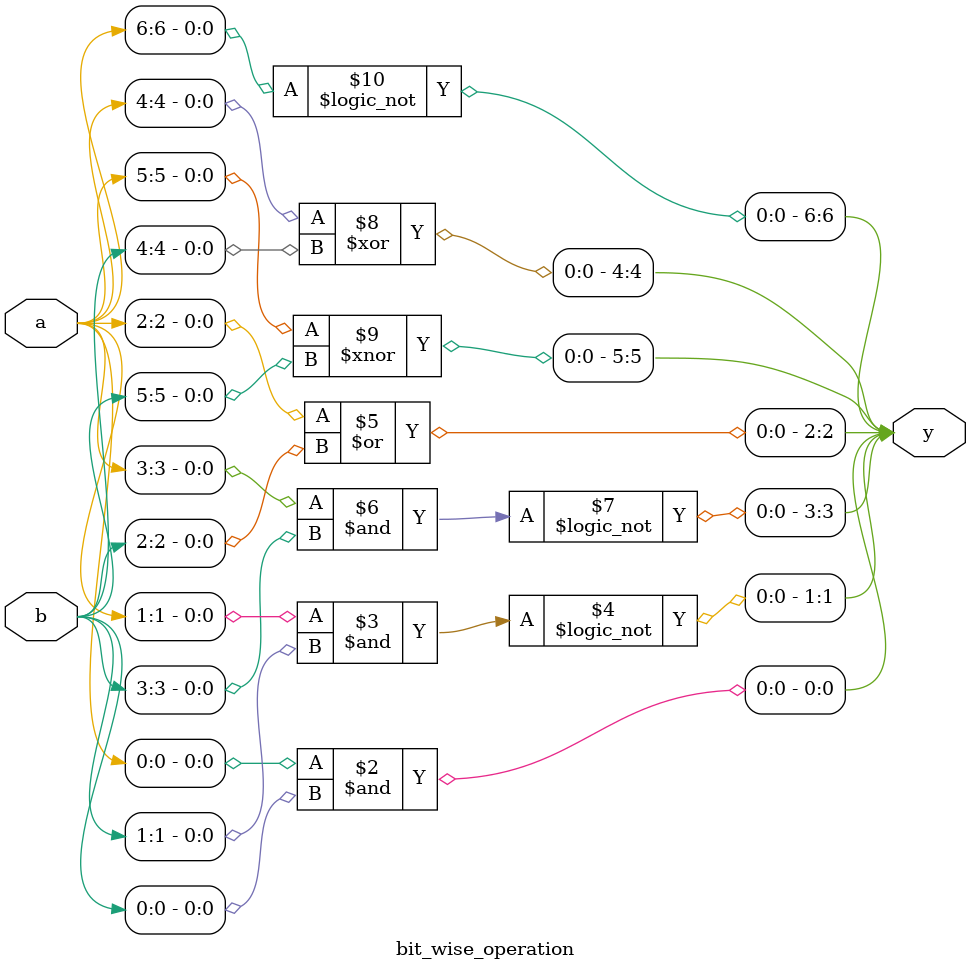
<source format=v>
module bit_wise_operation (a,b,y);
input [6:0]a;
input [5:0]b;
output[6:0]y;
reg [6:0]y;
always @(a or b)
begin
    y[0] = (a[0] & b[0]);
    y[1] = !(a[1] & b[1]);
    y[2] = (a[2] | b[2]);
    y[3] = !(a[3] & b[3]);
    y[4] = (a[4] ^ b[4]);
    y[5] = (a[5] ~^ b[5]);
    y[6] = !(a[6]);
end
endmodule
</source>
